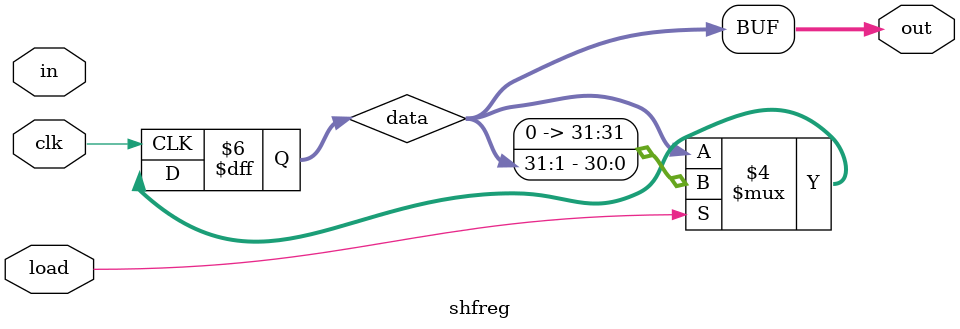
<source format=sv>
module shfreg #(parameter width = 32)
(
    input clk,
    input load,
    input in,
    output logic [width-1:0] out
);

logic [width-1:0] data;

/* Altera device registers are 0 at power on. Specify this
 * so that Modelsim works as expected.
 */


always_ff @(posedge clk)
begin
    if (load)
    begin
        data = {in, data >> 1};
    end
end

assign out = data;

endmodule : shfreg


</source>
